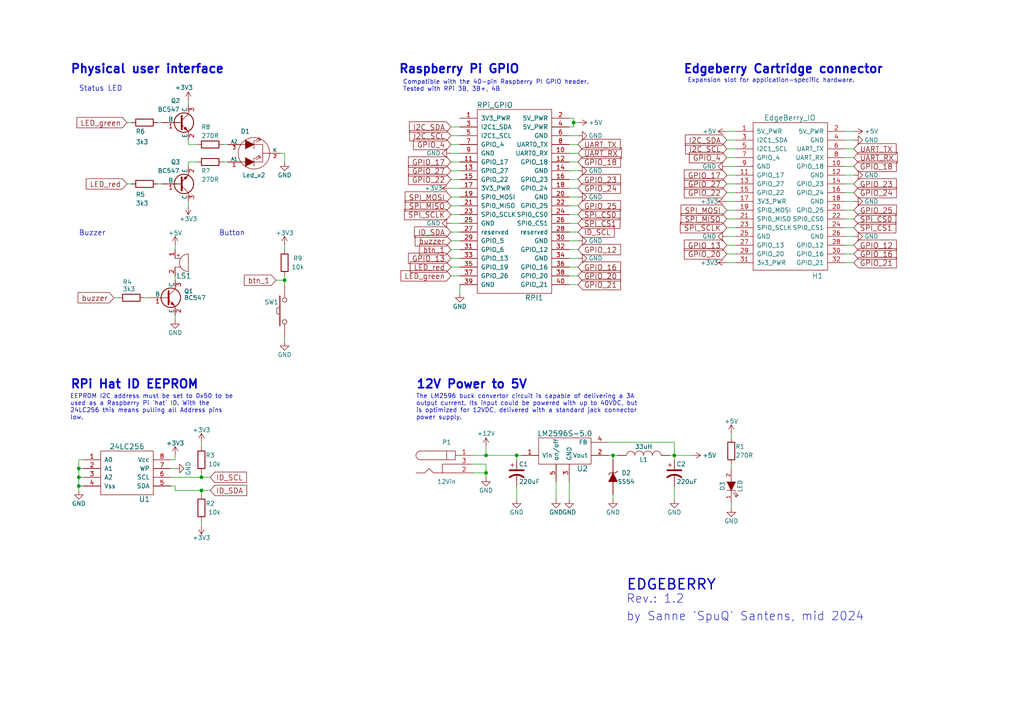
<source format=kicad_sch>
(kicad_sch (version 20211123) (generator eeschema)
  (paper "A4")
  (title_block (title "Edgeberry Hardware") (date "2024-05-15") (rev "1.2"))
  (lib_symbols
    (symbol "EdgeBerry-rescue:+12V" (power) (pin_names (offset 0))
      (property "Value" "+12V" (at 0 3.556 0))
      (symbol "+12V_0_1"
        (polyline (pts (xy -0.762 1.27) (xy 0 2.54)))
        (polyline (pts (xy 0 0) (xy 0 2.54)))
        (polyline (pts (xy 0 2.54) (xy 0.762 1.27)))
      )
      (symbol "+12V_1_1"
        (pin power_in line (at 0 0 90) (length 0) hide (name "+12V") (number "1"))
      )
    )
    (symbol "EdgeBerry-rescue:+3V3" (power) (pin_names (offset 0))
      (property "Value" "+3V3" (at 0 3.556 0))
      (symbol "+3V3_0_1"
        (polyline (pts (xy -0.762 1.27) (xy 0 2.54)))
        (polyline (pts (xy 0 0) (xy 0 2.54)))
        (polyline (pts (xy 0 2.54) (xy 0.762 1.27)))
      )
      (symbol "+3V3_1_1"
        (pin power_in line (at 0 0 90) (length 0) hide (name "+3V3") (number "1"))
      )
    )
    (symbol "EdgeBerry-rescue:+5V" (power) (pin_names (offset 0))
      (property "Value" "+5V" (at 0 3.556 0))
      (symbol "+5V_0_1"
        (polyline (pts (xy -0.762 1.27) (xy 0 2.54)))
        (polyline (pts (xy 0 0) (xy 0 2.54)))
        (polyline (pts (xy 0 2.54) (xy 0.762 1.27)))
      )
      (symbol "+5V_1_1"
        (pin power_in line (at 0 0 90) (length 0) hide (name "+5V") (number "1"))
      )
    )
    (symbol "EdgeBerry-rescue:24LC256" (pin_names (offset 1.016))
      (property "Reference" "U" (at 5.08 -7.62 0))
      (property "Value" "24LC256" (at 0 7.62 0))
      (symbol "24LC256_0_1"
        (rectangle (start -7.62 6.35) (end 7.62 -6.35))
      )
      (symbol "24LC256_1_1"
        (pin input line (at -12.7 3.81 0) (length 5.08) (name "A0") (number "1"))
        (pin input line (at -12.7 1.27 0) (length 5.08) (name "A1") (number "2"))
        (pin input line (at -12.7 -1.27 0) (length 5.08) (name "A2") (number "3"))
        (pin input line (at -12.7 -3.81 0) (length 5.08) (name "Vss") (number "4"))
        (pin input line (at 12.7 -3.81 180) (length 5.08) (name "SDA") (number "5"))
        (pin input line (at 12.7 -1.27 180) (length 5.08) (name "SCL") (number "6"))
        (pin input line (at 12.7 1.27 180) (length 5.08) (name "WP") (number "7"))
        (pin input line (at 12.7 3.81 180) (length 5.08) (name "Vcc") (number "8"))
      )
    )
    (symbol "EdgeBerry-rescue:BARREL_JACK" (pin_names (offset 1.016))
      (property "Reference" "CON" (at 0 6.35 0))
      (property "Value" "BARREL_JACK" (at 0 -5.08 0))
      (symbol "BARREL_JACK_0_1"
        (arc (start -8.89 2.54) (mid -8.5309 1.6291) (end -7.62 1.27))
        (arc (start -7.62 3.81) (mid -8.5127 3.4327) (end -8.89 2.54))
        (polyline (pts (xy -7.62 1.27) (xy 0 1.27)))
        (polyline (pts (xy 0 3.81) (xy -7.62 3.81)))
        (polyline (pts (xy 2.54 0) (xy -1.27 0) (xy -1.27 -2.54)))
        (polyline (pts (xy 2.54 -2.54) (xy -3.81 -2.54) (xy -5.08 -1.27) (xy -6.35 -2.54) (xy -8.89 -2.54)))
        (rectangle (start 2.54 3.81) (end 0 1.27))
      )
      (symbol "BARREL_JACK_1_1"
        (pin passive line (at 7.62 2.54 180) (length 5.08) (name "~") (number "1"))
        (pin passive line (at 7.62 -2.54 180) (length 5.08) (name "~") (number "2"))
        (pin passive line (at 7.62 0 180) (length 5.08) (name "~") (number "3"))
      )
    )
    (symbol "EdgeBerry-rescue:BC547_SOT23" (pin_names (offset 0))
      (property "Reference" "Q" (at 5.08 1.905 0))
      (property "Value" "BC547_SOT23" (at 5.08 0 0))
      (property "Footprint" "TO_SOT_Packages_SMD:SOT-23_Handsoldering" (at 5.08 -1.905 0))
      (symbol "BC547_SOT23_0_1"
        (polyline (pts (xy 0 0) (xy 0.635 0)))
        (polyline (pts (xy 0.635 0.635) (xy 2.54 2.54)))
        (polyline (pts (xy 0.635 -0.635) (xy 2.54 -2.54) (xy 2.54 -2.54)))
        (polyline (pts (xy 0.635 1.905) (xy 0.635 -1.905) (xy 0.635 -1.905)) (stroke (width 0.508)))
        (polyline (pts (xy 1.27 -1.778) (xy 1.778 -1.27) (xy 2.286 -2.286) (xy 1.27 -1.778) (xy 1.27 -1.778)) (fill (type outline)))
        (circle (center 1.27 0) (radius 2.8194) (stroke (width 0.254)))
      )
      (symbol "BC547_SOT23_1_1"
        (pin input line (at -5.08 0 0) (length 5.08) (name "B") (number "1"))
        (pin passive line (at 2.54 -5.08 90) (length 2.54) (name "E") (number "2"))
        (pin passive line (at 2.54 5.08 270) (length 2.54) (name "C") (number "3"))
      )
    )
    (symbol "EdgeBerry-rescue:Buzzer" (pin_names (offset 1.016))
      (property "Reference" "LS" (at 2.54 -3.81 0))
      (symbol "Buzzer_0_1"
        (polyline (pts (xy 0 -1.27) (xy 1.27 -1.27)))
        (polyline (pts (xy 0 1.27) (xy 1.27 1.27)))
        (polyline (pts (xy 0.508 2.159) (xy 0.508 2.159)))
        (polyline (pts (xy 0.889 2.54) (xy 0.889 1.778)))
        (polyline (pts (xy 1.27 -1.27) (xy 1.524 -1.27)))
        (polyline (pts (xy 1.27 1.27) (xy 1.524 1.27)))
        (polyline (pts (xy 1.27 2.159) (xy 0.508 2.159)))
        (polyline (pts (xy 3.81 2.54) (xy 3.81 -2.54)))
        (arc (start 3.81 2.54) (mid 1.27 0) (end 3.81 -2.54))
      )
      (symbol "Buzzer_1_1"
        (pin input line (at 0 3.81 270) (length 2.54) (name "~") (number "1"))
        (pin input line (at 0 -3.81 90) (length 2.54) (name "~") (number "2"))
      )
    )
    (symbol "EdgeBerry-rescue:CP1" (pin_numbers hide) (pin_names (offset 0.254) hide)
      (property "Reference" "C" (at 0.635 2.54 0))
      (property "Value" "CP1" (at 0.635 -2.54 0))
      (symbol "CP1_0_1"
        (polyline (pts (xy -2.032 0.762) (xy 2.032 0.762)) (stroke (width 0.508)))
        (polyline (pts (xy -1.778 2.286) (xy -0.762 2.286)))
        (polyline (pts (xy -1.27 1.778) (xy -1.27 2.794)))
        (arc (start 2.032 -1.27) (mid 0 -0.5572) (end -2.032 -1.27) (stroke (width 0.508)))
      )
      (symbol "CP1_1_1"
        (pin passive line (at 0 3.81 270) (length 2.794) (name "~") (number "1"))
        (pin passive line (at 0 -3.81 90) (length 3.302) (name "~") (number "2"))
      )
    )
    (symbol "EdgeBerry-rescue:EdgeBerry_IO" (pin_names (offset 1.016))
      (property "Reference" "H" (at 9.779 -45.72 0))
      (property "Value" "EdgeBerry_IO" (at 1.778 0.127 0))
      (symbol "EdgeBerry_IO_0_1"
        (rectangle (start -8.89 -1.27) (end 12.7 -44.069))
      )
      (symbol "EdgeBerry_IO_1_1"
        (pin input line (at -13.97 -3.81 0) (length 5.08) (name "5V_PWR") (number "1"))
        (pin input line (at 17.78 -13.97 180) (length 5.08) (name "GPIO_18") (number "10"))
        (pin input line (at -13.97 -16.51 0) (length 5.08) (name "GPIO_17") (number "11"))
        (pin input line (at 17.78 -16.51 180) (length 5.08) (name "GND") (number "12"))
        (pin input line (at -13.97 -19.05 0) (length 5.08) (name "GPIO_27") (number "13"))
        (pin input line (at 17.78 -19.05 180) (length 5.08) (name "GPIO_23") (number "14"))
        (pin input line (at -13.97 -21.59 0) (length 5.08) (name "GPIO_22") (number "15"))
        (pin input line (at 17.78 -21.59 180) (length 5.08) (name "GPIO_24") (number "16"))
        (pin input line (at -13.97 -24.13 0) (length 5.08) (name "3V3_PWR") (number "17"))
        (pin input line (at 17.78 -24.13 180) (length 5.08) (name "GND") (number "18"))
        (pin input line (at -13.97 -26.67 0) (length 5.08) (name "SPI0_MOSI") (number "19"))
        (pin input line (at 17.78 -3.81 180) (length 5.08) (name "5V_PWR") (number "2"))
        (pin input line (at 17.78 -26.67 180) (length 5.08) (name "GPIO_25") (number "20"))
        (pin input line (at -13.97 -29.21 0) (length 5.08) (name "SPI0_MISO") (number "21"))
        (pin input line (at 17.78 -29.21 180) (length 5.08) (name "SPI0_CS0") (number "22"))
        (pin input line (at -13.97 -31.75 0) (length 5.08) (name "SPI0_SCLK") (number "23"))
        (pin input line (at 17.78 -31.75 180) (length 5.08) (name "SPI0_CS1") (number "24"))
        (pin input line (at -13.97 -34.29 0) (length 5.08) (name "GND") (number "25"))
        (pin input line (at 17.78 -34.29 180) (length 5.08) (name "GND") (number "26"))
        (pin input line (at -13.97 -36.83 0) (length 5.08) (name "GPIO_13") (number "27"))
        (pin input line (at 17.78 -36.83 180) (length 5.08) (name "GPIO_12") (number "28"))
        (pin input line (at -13.97 -39.37 0) (length 5.08) (name "GPIO_20") (number "29"))
        (pin input line (at -13.97 -6.35 0) (length 5.08) (name "I2C1_SDA") (number "3"))
        (pin input line (at 17.78 -39.37 180) (length 5.08) (name "GPIO_16") (number "30"))
        (pin input line (at -13.97 -41.91 0) (length 5.08) (name "3v3_PWR") (number "31"))
        (pin input line (at 17.78 -41.91 180) (length 5.08) (name "GPIO_21") (number "32"))
        (pin input line (at 17.78 -6.35 180) (length 5.08) (name "GND") (number "4"))
        (pin input line (at -13.97 -8.89 0) (length 5.08) (name "I2C1_SCL") (number "5"))
        (pin input line (at 17.78 -8.89 180) (length 5.08) (name "UART_TX") (number "6"))
        (pin input line (at -13.97 -11.43 0) (length 5.08) (name "GPIO_4") (number "7"))
        (pin input line (at 17.78 -11.43 180) (length 5.08) (name "UART_RX") (number "8"))
        (pin input line (at -13.97 -13.97 0) (length 5.08) (name "GND") (number "9"))
      )
    )
    (symbol "EdgeBerry-rescue:GND" (power) (pin_names (offset 0))
      (property "Value" "GND" (at 0 -3.81 0))
      (symbol "GND_0_1"
        (polyline (pts (xy 0 0) (xy 0 -1.27) (xy 1.27 -1.27) (xy 0 -2.54) (xy -1.27 -1.27) (xy 0 -1.27)))
      )
      (symbol "GND_1_1"
        (pin power_in line (at 0 0 270) (length 0) hide (name "GND") (number "1"))
      )
    )
    (symbol "EdgeBerry-rescue:INDUCTOR" (pin_numbers hide) (pin_names (offset 1.016) hide)
      (property "Reference" "L" (at -1.27 0 90))
      (property "Value" "INDUCTOR" (at 2.54 0 90))
      (symbol "INDUCTOR_0_1"
        (arc (start 0.0254 -5.0546) (mid 1.245 -3.7973) (end 0.0254 -2.54))
        (arc (start 0.0254 -2.5146) (mid 1.2704 -1.2319) (end 0.0254 0.0508))
        (arc (start 0.0254 0.0254) (mid 1.2704 1.3081) (end 0.0254 2.5908))
        (arc (start 0.0254 2.5654) (mid 1.1942 3.7719) (end 0.0254 4.9784))
      )
      (symbol "INDUCTOR_1_1"
        (pin passive line (at 0 7.62 270) (length 2.54) (name "1") (number "1"))
        (pin passive line (at 0 -7.62 90) (length 2.54) (name "2") (number "2"))
      )
    )
    (symbol "EdgeBerry-rescue:LED" (pin_names (offset 1.016) hide)
      (property "Reference" "D" (at 0 2.54 0))
      (property "Value" "LED" (at 0 -2.54 0))
      (symbol "LED_0_1"
        (polyline (pts (xy -1.27 1.27) (xy -1.27 -1.27)))
        (polyline (pts (xy -2.032 -0.635) (xy -3.175 -1.651) (xy -3.048 -1.016)))
        (polyline (pts (xy -1.651 -1.016) (xy -2.794 -2.032) (xy -2.667 -1.397)))
        (polyline (pts (xy 1.27 1.27) (xy -1.27 0) (xy 1.27 -1.27)) (fill (type outline)))
      )
      (symbol "LED_1_1"
        (pin passive line (at -5.08 0 0) (length 3.81) (name "K") (number "1"))
        (pin passive line (at 5.08 0 180) (length 3.81) (name "A") (number "2"))
      )
    )
    (symbol "EdgeBerry-rescue:LM2596" (pin_names (offset 1.016))
      (property "Reference" "U" (at 5.08 -11.43 0))
      (property "Value" "LM2596" (at -3.81 -1.27 0))
      (symbol "LM2596_0_1"
        (rectangle (start -7.62 -10.16) (end 7.62 -2.54))
      )
      (symbol "LM2596_1_1"
        (pin input line (at -12.7 -7.62 0) (length 5.08) (name "Vin") (number "1"))
        (pin input line (at 12.7 -7.62 180) (length 5.08) (name "Vout") (number "2"))
        (pin input line (at 1.27 -15.24 90) (length 5.08) (name "GND") (number "3"))
        (pin input line (at 12.7 -3.81 180) (length 5.08) (name "FB") (number "4"))
        (pin input line (at -2.54 -15.24 90) (length 5.08) (name "on/off") (number "5"))
      )
    )
    (symbol "EdgeBerry-rescue:Led_x2" (pin_names (offset 0))
      (property "Reference" "D" (at 0 5.715 0))
      (property "Value" "Led_x2" (at 0 -6.35 0))
      (symbol "Led_x2_0_1"
        (polyline (pts (xy -4.572 0) (xy -2.54 0)))
        (polyline (pts (xy 0 -1.27) (xy 0 -3.81)))
        (polyline (pts (xy 0 3.81) (xy 0 1.27)))
        (polyline (pts (xy 3.81 -2.54) (xy 2.54 -2.54)))
        (polyline (pts (xy 3.81 2.54) (xy 2.54 2.54)))
        (polyline (pts (xy -0.762 -3.175) (xy -1.905 -4.191) (xy -1.778 -3.556)))
        (polyline (pts (xy -0.762 1.905) (xy -1.905 0.889) (xy -1.778 1.524)))
        (polyline (pts (xy -0.381 -3.556) (xy -1.524 -4.572) (xy -1.397 -3.937)))
        (polyline (pts (xy -0.381 1.524) (xy -1.524 0.508) (xy -1.397 1.143)))
        (polyline (pts (xy 2.54 -1.27) (xy 0 -2.54) (xy 2.54 -3.81)) (fill (type outline)))
        (polyline (pts (xy 2.54 3.81) (xy 0 2.54) (xy 2.54 1.27)) (fill (type outline)))
        (polyline (pts (xy 0 2.54) (xy -2.54 2.54) (xy -2.54 -2.54) (xy 0 -2.54)))
        (circle (center 0 0) (radius 4.572))
      )
      (symbol "Led_x2_1_1"
        (pin input line (at 7.62 2.54 180) (length 3.81) (name "A1") (number "1"))
        (pin input line (at -7.62 0 0) (length 3.048) (name "K") (number "2"))
        (pin input line (at 7.62 -2.54 180) (length 3.81) (name "A2") (number "3"))
      )
    )
    (symbol "EdgeBerry-rescue:R" (pin_numbers hide) (pin_names (offset 0))
      (property "Reference" "R" (at 2.032 0 90))
      (property "Value" "R" (at 0 0 90))
      (symbol "R_0_1"
        (rectangle (start -1.016 -2.54) (end 1.016 2.54) (stroke (width 0.254)))
      )
      (symbol "R_1_1"
        (pin passive line (at 0 3.81 270) (length 1.27) (name "~") (number "1"))
        (pin passive line (at 0 -3.81 90) (length 1.27) (name "~") (number "2"))
      )
    )
    (symbol "EdgeBerry-rescue:RPi_GPIO" (pin_names (offset 1.016))
      (property "Reference" "RPI" (at 7.62 -55.88 0))
      (property "Value" "RPi_GPIO" (at -3.81 0 0))
      (symbol "RPi_GPIO_0_1"
        (rectangle (start -8.89 -1.27) (end 12.7 -54.61))
      )
      (symbol "RPi_GPIO_1_1"
        (pin input line (at -13.97 -3.81 0) (length 5.08) (name "3V3_PWR") (number "1"))
        (pin input line (at 17.78 -13.97 180) (length 5.08) (name "UART0_RX") (number "10"))
        (pin input line (at -13.97 -16.51 0) (length 5.08) (name "GPIO_17") (number "11"))
        (pin input line (at 17.78 -16.51 180) (length 5.08) (name "GPIO_18") (number "12"))
        (pin input line (at -13.97 -19.05 0) (length 5.08) (name "GPIO_27") (number "13"))
        (pin input line (at 17.78 -19.05 180) (length 5.08) (name "GND") (number "14"))
        (pin input line (at -13.97 -21.59 0) (length 5.08) (name "GPIO_22") (number "15"))
        (pin input line (at 17.78 -21.59 180) (length 5.08) (name "GPIO_23") (number "16"))
        (pin input line (at -13.97 -24.13 0) (length 5.08) (name "3V3_PWR") (number "17"))
        (pin input line (at 17.78 -24.13 180) (length 5.08) (name "GPIO_24") (number "18"))
        (pin input line (at -13.97 -26.67 0) (length 5.08) (name "SPI0_MOSI") (number "19"))
        (pin input line (at 17.78 -3.81 180) (length 5.08) (name "5V_PWR") (number "2"))
        (pin input line (at 17.78 -26.67 180) (length 5.08) (name "GND") (number "20"))
        (pin input line (at -13.97 -29.21 0) (length 5.08) (name "SPI0_MISO") (number "21"))
        (pin input line (at 17.78 -29.21 180) (length 5.08) (name "GPIO_25") (number "22"))
        (pin input line (at -13.97 -31.75 0) (length 5.08) (name "SPI0_SCLK") (number "23"))
        (pin input line (at 17.78 -31.75 180) (length 5.08) (name "SPI0_CS0") (number "24"))
        (pin input line (at -13.97 -34.29 0) (length 5.08) (name "GND") (number "25"))
        (pin input line (at 17.78 -34.29 180) (length 5.08) (name "SPI0_CS1") (number "26"))
        (pin input line (at -13.97 -36.83 0) (length 5.08) (name "reserved") (number "27"))
        (pin input line (at 17.78 -36.83 180) (length 5.08) (name "reserved") (number "28"))
        (pin input line (at -13.97 -39.37 0) (length 5.08) (name "GPIO_5") (number "29"))
        (pin input line (at -13.97 -6.35 0) (length 5.08) (name "I2C1_SDA") (number "3"))
        (pin input line (at 17.78 -39.37 180) (length 5.08) (name "GND") (number "30"))
        (pin input line (at -13.97 -41.91 0) (length 5.08) (name "GPIO_6") (number "31"))
        (pin input line (at 17.78 -41.91 180) (length 5.08) (name "GPIO_12") (number "32"))
        (pin input line (at -13.97 -44.45 0) (length 5.08) (name "GPIO_13") (number "33"))
        (pin input line (at 17.78 -44.45 180) (length 5.08) (name "GND") (number "34"))
        (pin input line (at -13.97 -46.99 0) (length 5.08) (name "GPIO_19") (number "35"))
        (pin input line (at 17.78 -46.99 180) (length 5.08) (name "GPIO_16") (number "36"))
        (pin input line (at -13.97 -49.53 0) (length 5.08) (name "GPIO_26") (number "37"))
        (pin input line (at 17.78 -49.53 180) (length 5.08) (name "GPIO_20") (number "38"))
        (pin input line (at -13.97 -52.07 0) (length 5.08) (name "GND") (number "39"))
        (pin input line (at 17.78 -6.35 180) (length 5.08) (name "5V_PWR") (number "4"))
        (pin input line (at 17.78 -52.07 180) (length 5.08) (name "GPIO_21") (number "40"))
        (pin input line (at -13.97 -8.89 0) (length 5.08) (name "I2C1_SCL") (number "5"))
        (pin input line (at 17.78 -8.89 180) (length 5.08) (name "GND") (number "6"))
        (pin input line (at -13.97 -11.43 0) (length 5.08) (name "GPIO_4") (number "7"))
        (pin input line (at 17.78 -11.43 180) (length 5.08) (name "UART0_TX") (number "8"))
        (pin input line (at -13.97 -13.97 0) (length 5.08) (name "GND") (number "9"))
      )
    )
    (symbol "EdgeBerry-rescue:SW_PUSH" (pin_numbers hide) (pin_names (offset 1.016) hide)
      (property "Reference" "SW" (at 3.81 2.794 0))
      (property "Value" "SW_PUSH" (at 0 -2.032 0))
      (symbol "SW_PUSH_0_1"
        (rectangle (start -4.318 1.27) (end 4.318 1.524))
        (polyline (pts (xy -1.016 1.524) (xy -0.762 2.286) (xy 0.762 2.286) (xy 1.016 1.524)))
        (pin passive inverted (at -7.62 0 0) (length 5.08) (name "1") (number "1"))
        (pin passive inverted (at 7.62 0 180) (length 5.08) (name "2") (number "2"))
      )
    )
    (symbol "EdgeBerry-rescue:ZENER" (pin_numbers hide) (pin_names (offset 1.016) hide)
      (property "Reference" "D" (at 0 2.54 0))
      (property "Value" "ZENER" (at 0 -2.54 0))
      (symbol "ZENER_0_1"
        (polyline (pts (xy -1.778 1.27) (xy -1.27 0.762) (xy -1.27 -0.762) (xy -0.762 -1.27) (xy -0.762 -1.27)) (stroke (width 0.2032)))
        (polyline (pts (xy -1.27 0) (xy 1.27 1.27) (xy 1.27 -1.27) (xy -1.27 0) (xy -1.27 0)) (fill (type outline)))
      )
      (symbol "ZENER_1_1"
        (pin passive line (at -5.08 0 0) (length 3.81) (name "K") (number "1"))
        (pin passive line (at 5.08 0 180) (length 3.81) (name "A") (number "2"))
      )
    )
  )
  (junction (at 22.86 140.97))
  (junction (at 166.37 35.56))
  (junction (at 195.58 132.08))
  (junction (at 149.86 132.08))
  (junction (at 140.97 132.08))
  (junction (at 22.86 138.43))
  (junction (at 22.86 135.89))
  (junction (at 177.8 132.08))
  (junction (at 140.97 137.16))
  (junction (at 58.42 138.43))
  (junction (at 58.42 142.24))
  (junction (at 82.55 81.28))
  (wire (pts (xy 165.1 64.77) (xy 167.64 64.77)))
  (wire (pts (xy 210.82 43.18) (xy 213.36 43.18)))
  (wire (pts (xy 58.42 137.16) (xy 58.42 138.43)))
  (wire (pts (xy 130.81 52.07) (xy 133.35 52.07)))
  (wire (pts (xy 247.65 55.88) (xy 245.11 55.88)))
  (wire (pts (xy 82.55 81.28) (xy 82.55 80.01)))
  (wire (pts (xy 247.65 48.26) (xy 245.11 48.26)))
  (wire (pts (xy 210.82 58.42) (xy 213.36 58.42)))
  (wire (pts (xy 33.02 86.36) (xy 34.29 86.36)))
  (wire (pts (xy 64.77 46.99) (xy 66.04 46.99)))
  (wire (pts (xy 54.61 48.26) (xy 54.61 46.99)))
  (wire (pts (xy 165.1 82.55) (xy 167.64 82.55)))
  (wire (pts (xy 166.37 34.29) (xy 166.37 35.56)))
  (wire (pts (xy 210.82 55.88) (xy 213.36 55.88)))
  (wire (pts (xy 177.8 133.35) (xy 177.8 132.08)))
  (wire (pts (xy 210.82 71.12) (xy 213.36 71.12)))
  (wire (pts (xy 49.53 140.97) (xy 50.8 140.97)))
  (wire (pts (xy 54.61 46.99) (xy 57.15 46.99)))
  (wire (pts (xy 22.86 133.35) (xy 22.86 135.89)))
  (wire (pts (xy 210.82 68.58) (xy 213.36 68.58)))
  (wire (pts (xy 167.64 35.56) (xy 166.37 35.56)))
  (wire (pts (xy 247.65 63.5) (xy 245.11 63.5)))
  (wire (pts (xy 165.1 34.29) (xy 166.37 34.29)))
  (wire (pts (xy 82.55 97.79) (xy 82.55 99.06)))
  (wire (pts (xy 176.53 132.08) (xy 177.8 132.08)))
  (wire (pts (xy 210.82 66.04) (xy 213.36 66.04)))
  (wire (pts (xy 149.86 144.78) (xy 149.86 140.97)))
  (wire (pts (xy 130.81 39.37) (xy 133.35 39.37)))
  (wire (pts (xy 210.82 76.2) (xy 213.36 76.2)))
  (wire (pts (xy 130.81 62.23) (xy 133.35 62.23)))
  (wire (pts (xy 247.65 45.72) (xy 245.11 45.72)))
  (wire (pts (xy 58.42 142.24) (xy 60.96 142.24)))
  (wire (pts (xy 247.65 71.12) (xy 245.11 71.12)))
  (wire (pts (xy 54.61 29.21) (xy 54.61 30.48)))
  (wire (pts (xy 212.09 125.73) (xy 212.09 127)))
  (wire (pts (xy 54.61 41.91) (xy 57.15 41.91)))
  (wire (pts (xy 165.1 39.37) (xy 167.64 39.37)))
  (wire (pts (xy 137.16 134.62) (xy 140.97 134.62)))
  (wire (pts (xy 210.82 73.66) (xy 213.36 73.66)))
  (wire (pts (xy 177.8 143.51) (xy 177.8 144.78)))
  (wire (pts (xy 50.8 71.12) (xy 50.8 72.39)))
  (wire (pts (xy 165.1 52.07) (xy 167.64 52.07)))
  (wire (pts (xy 165.1 49.53) (xy 167.64 49.53)))
  (wire (pts (xy 247.65 40.64) (xy 245.11 40.64)))
  (wire (pts (xy 24.13 140.97) (xy 22.86 140.97)))
  (wire (pts (xy 210.82 53.34) (xy 213.36 53.34)))
  (wire (pts (xy 58.42 138.43) (xy 60.96 138.43)))
  (wire (pts (xy 247.65 43.18) (xy 245.11 43.18)))
  (wire (pts (xy 195.58 144.78) (xy 195.58 140.97)))
  (wire (pts (xy 149.86 132.08) (xy 151.13 132.08)))
  (wire (pts (xy 130.81 49.53) (xy 133.35 49.53)))
  (wire (pts (xy 41.91 86.36) (xy 43.18 86.36)))
  (wire (pts (xy 24.13 135.89) (xy 22.86 135.89)))
  (wire (pts (xy 247.65 68.58) (xy 245.11 68.58)))
  (wire (pts (xy 50.8 91.44) (xy 50.8 92.71)))
  (wire (pts (xy 165.1 57.15) (xy 167.64 57.15)))
  (wire (pts (xy 210.82 48.26) (xy 213.36 48.26)))
  (wire (pts (xy 212.09 134.62) (xy 212.09 135.89)))
  (wire (pts (xy 247.65 76.2) (xy 245.11 76.2)))
  (wire (pts (xy 24.13 133.35) (xy 22.86 133.35)))
  (wire (pts (xy 130.81 67.31) (xy 133.35 67.31)))
  (wire (pts (xy 50.8 142.24) (xy 58.42 142.24)))
  (wire (pts (xy 45.72 35.56) (xy 46.99 35.56)))
  (wire (pts (xy 49.53 133.35) (xy 50.8 133.35)))
  (wire (pts (xy 140.97 137.16) (xy 140.97 138.43)))
  (wire (pts (xy 22.86 140.97) (xy 22.86 142.24)))
  (wire (pts (xy 210.82 40.64) (xy 213.36 40.64)))
  (wire (pts (xy 247.65 53.34) (xy 245.11 53.34)))
  (wire (pts (xy 130.81 74.93) (xy 133.35 74.93)))
  (wire (pts (xy 22.86 135.89) (xy 22.86 138.43)))
  (wire (pts (xy 165.1 46.99) (xy 167.64 46.99)))
  (wire (pts (xy 36.83 35.56) (xy 38.1 35.56)))
  (wire (pts (xy 140.97 134.62) (xy 140.97 137.16)))
  (wire (pts (xy 130.81 44.45) (xy 133.35 44.45)))
  (wire (pts (xy 195.58 128.27) (xy 195.58 132.08)))
  (wire (pts (xy 82.55 82.55) (xy 82.55 81.28)))
  (wire (pts (xy 137.16 137.16) (xy 140.97 137.16)))
  (wire (pts (xy 247.65 66.04) (xy 245.11 66.04)))
  (wire (pts (xy 149.86 133.35) (xy 149.86 132.08)))
  (wire (pts (xy 50.8 81.28) (xy 50.8 80.01)))
  (wire (pts (xy 24.13 138.43) (xy 22.86 138.43)))
  (wire (pts (xy 210.82 50.8) (xy 213.36 50.8)))
  (wire (pts (xy 195.58 132.08) (xy 195.58 133.35)))
  (wire (pts (xy 133.35 82.55) (xy 133.35 85.09)))
  (wire (pts (xy 82.55 71.12) (xy 82.55 72.39)))
  (wire (pts (xy 130.81 46.99) (xy 133.35 46.99)))
  (wire (pts (xy 247.65 58.42) (xy 245.11 58.42)))
  (wire (pts (xy 58.42 151.13) (xy 58.42 152.4)))
  (wire (pts (xy 49.53 138.43) (xy 58.42 138.43)))
  (wire (pts (xy 22.86 138.43) (xy 22.86 140.97)))
  (wire (pts (xy 247.65 50.8) (xy 245.11 50.8)))
  (wire (pts (xy 81.28 44.45) (xy 82.55 44.45)))
  (wire (pts (xy 140.97 132.08) (xy 149.86 132.08)))
  (wire (pts (xy 64.77 41.91) (xy 66.04 41.91)))
  (wire (pts (xy 210.82 38.1) (xy 213.36 38.1)))
  (wire (pts (xy 247.65 60.96) (xy 245.11 60.96)))
  (wire (pts (xy 50.8 133.35) (xy 50.8 132.08)))
  (wire (pts (xy 130.81 59.69) (xy 133.35 59.69)))
  (wire (pts (xy 130.81 36.83) (xy 133.35 36.83)))
  (wire (pts (xy 130.81 54.61) (xy 133.35 54.61)))
  (wire (pts (xy 177.8 132.08) (xy 179.07 132.08)))
  (wire (pts (xy 137.16 132.08) (xy 140.97 132.08)))
  (wire (pts (xy 165.1 62.23) (xy 167.64 62.23)))
  (wire (pts (xy 165.1 74.93) (xy 167.64 74.93)))
  (wire (pts (xy 130.81 77.47) (xy 133.35 77.47)))
  (wire (pts (xy 247.65 73.66) (xy 245.11 73.66)))
  (wire (pts (xy 54.61 40.64) (xy 54.61 41.91)))
  (wire (pts (xy 165.1 41.91) (xy 167.64 41.91)))
  (wire (pts (xy 247.65 38.1) (xy 245.11 38.1)))
  (wire (pts (xy 195.58 132.08) (xy 200.66 132.08)))
  (wire (pts (xy 82.55 44.45) (xy 82.55 46.99)))
  (wire (pts (xy 50.8 140.97) (xy 50.8 142.24)))
  (wire (pts (xy 140.97 132.08) (xy 140.97 129.54)))
  (wire (pts (xy 165.1 67.31) (xy 167.64 67.31)))
  (wire (pts (xy 165.1 44.45) (xy 167.64 44.45)))
  (wire (pts (xy 130.81 80.01) (xy 133.35 80.01)))
  (wire (pts (xy 166.37 35.56) (xy 166.37 36.83)))
  (wire (pts (xy 165.1 72.39) (xy 167.64 72.39)))
  (wire (pts (xy 165.1 59.69) (xy 167.64 59.69)))
  (wire (pts (xy 54.61 58.42) (xy 54.61 59.69)))
  (wire (pts (xy 36.83 53.34) (xy 38.1 53.34)))
  (wire (pts (xy 212.09 146.05) (xy 212.09 147.32)))
  (wire (pts (xy 130.81 57.15) (xy 133.35 57.15)))
  (wire (pts (xy 58.42 143.51) (xy 58.42 142.24)))
  (wire (pts (xy 165.1 139.7) (xy 165.1 144.78)))
  (wire (pts (xy 80.01 81.28) (xy 82.55 81.28)))
  (wire (pts (xy 45.72 53.34) (xy 46.99 53.34)))
  (wire (pts (xy 210.82 63.5) (xy 213.36 63.5)))
  (wire (pts (xy 176.53 128.27) (xy 195.58 128.27)))
  (wire (pts (xy 130.81 41.91) (xy 133.35 41.91)))
  (wire (pts (xy 194.31 132.08) (xy 195.58 132.08)))
  (wire (pts (xy 49.53 135.89) (xy 50.8 135.89)))
  (wire (pts (xy 130.81 72.39) (xy 133.35 72.39)))
  (wire (pts (xy 210.82 45.72) (xy 213.36 45.72)))
  (wire (pts (xy 58.42 128.27) (xy 58.42 129.54)))
  (wire (pts (xy 130.81 69.85) (xy 133.35 69.85)))
  (wire (pts (xy 166.37 36.83) (xy 165.1 36.83)))
  (wire (pts (xy 161.29 139.7) (xy 161.29 144.78)))
  (wire (pts (xy 167.64 80.01) (xy 165.1 80.01)))
  (wire (pts (xy 130.81 64.77) (xy 133.35 64.77)))
  (wire (pts (xy 165.1 54.61) (xy 167.64 54.61)))
  (wire (pts (xy 210.82 60.96) (xy 213.36 60.96)))
  (wire (pts (xy 165.1 69.85) (xy 167.64 69.85)))
  (wire (pts (xy 165.1 77.47) (xy 167.64 77.47)))
  (text "Button" (at 63.5 68.58 0) (effects (font (size 1.524 1.524)) (justify left bottom)))
  (text "by Sanne 'SpuQ' Santens, mid 2024" (at 181.61 180.34 0) (effects (font (size 2.4892 2.4892)) (justify left bottom)))
  (text "EEPROM I2C address must be set to 0x50 to be\nused as a Raspberry Pi 'hat' ID. With the\n24LC256 this means pulling all Address pins\nlow." (at 20.32 121.92 0) (effects (font (size 1.27 1.27)) (justify left bottom)))
  (text "Physical user interface" (at 20.32 21.59 0) (effects (font (size 2.5146 2.5146) (thickness 0.5029) bold) (justify left bottom)))
  (text "12V Power to 5V" (at 120.65 113.03 0) (effects (font (size 2.4892 2.4892) (thickness 0.4978) bold) (justify left bottom)))
  (text "Raspberry Pi GPIO" (at 115.57 21.59 0) (effects (font (size 2.4892 2.4892) (thickness 0.4978) bold) (justify left bottom)))
  (text "RPi Hat ID EEPROM" (at 20.32 113.03 0) (effects (font (size 2.4892 2.4892) (thickness 0.4978) bold) (justify left bottom)))
  (text "The LM2596 buck convertor circuit is capable of delivering a 3A\noutput current. Its input could be powered with up to 40VDC, but\nis optimized for 12VDC, delivered with a standard jack connector\npower supply." (at 120.65 121.92 0) (effects (font (size 1.27 1.27)) (justify left bottom)))
  (text "Rev.: 1.2" (at 181.61 175.26 0) (effects (font (size 2.4892 2.4892)) (justify left bottom)))
  (text "Buzzer" (at 22.86 68.58 0) (effects (font (size 1.524 1.524)) (justify left bottom)))
  (text "Status LED" (at 22.86 26.67 0) (effects (font (size 1.524 1.524)) (justify left bottom)))
  (text "EDGEBERRY" (at 181.61 171.45 0) (effects (font (size 3 3) (thickness 0.4) bold) (justify left bottom)))
  (text "Expansion slot for application-specific hardware." (at 199.39 24.13 0) (effects (font (size 1.27 1.27)) (justify left bottom)))
  (text "Edgeberry Cartridge connector" (at 198.12 21.59 0) (effects (font (size 2.4892 2.4892) (thickness 0.4978) bold) (justify left bottom)))
  (text "Compatible with the 40-pin Raspberry PI GPIO header.\nTested with RPi 3B, 3B+, 4B" (at 116.84 26.67 0) (effects (font (size 1.27 1.27)) (justify left bottom)))
  (global_label "GPIO_20" (shape input) (at 167.64 80.01 0) (effects (font (size 1.524 1.524))) (property "Intersheet References" "${INTERSHEET_REFS}" (effects hide)))
  (global_label "SPI_MISO" (shape input) (at 130.81 59.69 180) (effects (font (size 1.524 1.524))) (property "Intersheet References" "${INTERSHEET_REFS}" (effects hide)))
  (global_label "GPIO_24" (shape input) (at 247.65 55.88 0) (effects (font (size 1.524 1.524))) (property "Intersheet References" "${INTERSHEET_REFS}" (effects hide)))
  (global_label "SPI_SCLK" (shape input) (at 130.81 62.23 180) (effects (font (size 1.524 1.524))) (property "Intersheet References" "${INTERSHEET_REFS}" (effects hide)))
  (global_label "GPIO_27" (shape input) (at 130.81 49.53 180) (effects (font (size 1.524 1.524))) (property "Intersheet References" "${INTERSHEET_REFS}" (effects hide)))
  (global_label "SPI_CS0" (shape input) (at 247.65 63.5 0) (effects (font (size 1.524 1.524))) (property "Intersheet References" "${INTERSHEET_REFS}" (effects hide)))
  (global_label "GPIO_21" (shape input) (at 167.64 82.55 0) (effects (font (size 1.524 1.524))) (property "Intersheet References" "${INTERSHEET_REFS}" (effects hide)))
  (global_label "GPIO_4" (shape input) (at 130.81 41.91 180) (effects (font (size 1.524 1.524))) (property "Intersheet References" "${INTERSHEET_REFS}" (effects hide)))
  (global_label "LED_red" (shape input) (at 36.83 53.34 180) (effects (font (size 1.524 1.524))) (property "Intersheet References" "${INTERSHEET_REFS}" (effects hide)))
  (global_label "GPIO_23" (shape input) (at 167.64 52.07 0) (effects (font (size 1.524 1.524))) (property "Intersheet References" "${INTERSHEET_REFS}" (effects hide)))
  (global_label "I2C_SDA" (shape input) (at 130.81 36.83 180) (effects (font (size 1.524 1.524))) (property "Intersheet References" "${INTERSHEET_REFS}" (effects hide)))
  (global_label "SPI_SCLK" (shape input) (at 210.82 66.04 180) (effects (font (size 1.524 1.524))) (property "Intersheet References" "${INTERSHEET_REFS}" (effects hide)))
  (global_label "GPIO_20" (shape input) (at 210.82 73.66 180) (effects (font (size 1.524 1.524))) (property "Intersheet References" "${INTERSHEET_REFS}" (effects hide)))
  (global_label "buzzer" (shape input) (at 130.81 69.85 180) (effects (font (size 1.524 1.524))) (property "Intersheet References" "${INTERSHEET_REFS}" (effects hide)))
  (global_label "GPIO_25" (shape input) (at 167.64 59.69 0) (effects (font (size 1.524 1.524))) (property "Intersheet References" "${INTERSHEET_REFS}" (effects hide)))
  (global_label "GPIO_23" (shape input) (at 247.65 53.34 0) (effects (font (size 1.524 1.524))) (property "Intersheet References" "${INTERSHEET_REFS}" (effects hide)))
  (global_label "SPI_CS1" (shape input) (at 247.65 66.04 0) (effects (font (size 1.524 1.524))) (property "Intersheet References" "${INTERSHEET_REFS}" (effects hide)))
  (global_label "UART_TX" (shape input) (at 247.65 43.18 0) (effects (font (size 1.524 1.524))) (property "Intersheet References" "${INTERSHEET_REFS}" (effects hide)))
  (global_label "I2C_SCL" (shape input) (at 210.82 43.18 180) (effects (font (size 1.524 1.524))) (property "Intersheet References" "${INTERSHEET_REFS}" (effects hide)))
  (global_label "GPIO_12" (shape input) (at 167.64 72.39 0) (effects (font (size 1.524 1.524))) (property "Intersheet References" "${INTERSHEET_REFS}" (effects hide)))
  (global_label "buzzer" (shape input) (at 33.02 86.36 180) (effects (font (size 1.524 1.524))) (property "Intersheet References" "${INTERSHEET_REFS}" (effects hide)))
  (global_label "GPIO_4" (shape input) (at 210.82 45.72 180) (effects (font (size 1.524 1.524))) (property "Intersheet References" "${INTERSHEET_REFS}" (effects hide)))
  (global_label "SPI_MISO" (shape input) (at 210.82 63.5 180) (effects (font (size 1.524 1.524))) (property "Intersheet References" "${INTERSHEET_REFS}" (effects hide)))
  (global_label "ID_SCL" (shape input) (at 60.96 138.43 0) (effects (font (size 1.524 1.524))) (property "Intersheet References" "${INTERSHEET_REFS}" (effects hide)))
  (global_label "UART_RX" (shape input) (at 247.65 45.72 0) (effects (font (size 1.524 1.524))) (property "Intersheet References" "${INTERSHEET_REFS}" (effects hide)))
  (global_label "I2C_SDA" (shape input) (at 210.82 40.64 180) (effects (font (size 1.524 1.524))) (property "Intersheet References" "${INTERSHEET_REFS}" (effects hide)))
  (global_label "SPI_CS1" (shape input) (at 167.64 64.77 0) (effects (font (size 1.524 1.524))) (property "Intersheet References" "${INTERSHEET_REFS}" (effects hide)))
  (global_label "GPIO_16" (shape input) (at 167.64 77.47 0) (effects (font (size 1.524 1.524))) (property "Intersheet References" "${INTERSHEET_REFS}" (effects hide)))
  (global_label "GPIO_25" (shape input) (at 247.65 60.96 0) (effects (font (size 1.524 1.524))) (property "Intersheet References" "${INTERSHEET_REFS}" (effects hide)))
  (global_label "ID_SDA" (shape input) (at 60.96 142.24 0) (effects (font (size 1.524 1.524))) (property "Intersheet References" "${INTERSHEET_REFS}" (effects hide)))
  (global_label "btn_1" (shape input) (at 80.01 81.28 180) (effects (font (size 1.524 1.524))) (property "Intersheet References" "${INTERSHEET_REFS}" (effects hide)))
  (global_label "LED_green" (shape input) (at 36.83 35.56 180) (effects (font (size 1.524 1.524))) (property "Intersheet References" "${INTERSHEET_REFS}" (effects hide)))
  (global_label "SPI_CS0" (shape input) (at 167.64 62.23 0) (effects (font (size 1.524 1.524))) (property "Intersheet References" "${INTERSHEET_REFS}" (effects hide)))
  (global_label "GPIO_22" (shape input) (at 130.81 52.07 180) (effects (font (size 1.524 1.524))) (property "Intersheet References" "${INTERSHEET_REFS}" (effects hide)))
  (global_label "UART_TX" (shape input) (at 167.64 41.91 0) (effects (font (size 1.524 1.524))) (property "Intersheet References" "${INTERSHEET_REFS}" (effects hide)))
  (global_label "GPIO_24" (shape input) (at 167.64 54.61 0) (effects (font (size 1.524 1.524))) (property "Intersheet References" "${INTERSHEET_REFS}" (effects hide)))
  (global_label "GPIO_27" (shape input) (at 210.82 53.34 180) (effects (font (size 1.524 1.524))) (property "Intersheet References" "${INTERSHEET_REFS}" (effects hide)))
  (global_label "GPIO_17" (shape input) (at 130.81 46.99 180) (effects (font (size 1.524 1.524))) (property "Intersheet References" "${INTERSHEET_REFS}" (effects hide)))
  (global_label "SPI_MOSI" (shape input) (at 210.82 60.96 180) (effects (font (size 1.524 1.524))) (property "Intersheet References" "${INTERSHEET_REFS}" (effects hide)))
  (global_label "ID_SDA" (shape input) (at 130.81 67.31 180) (effects (font (size 1.524 1.524))) (property "Intersheet References" "${INTERSHEET_REFS}" (effects hide)))
  (global_label "LED_green" (shape input) (at 130.81 80.01 180) (effects (font (size 1.524 1.524))) (property "Intersheet References" "${INTERSHEET_REFS}" (effects hide)))
  (global_label "GPIO_13" (shape input) (at 130.81 74.93 180) (effects (font (size 1.524 1.524))) (property "Intersheet References" "${INTERSHEET_REFS}" (effects hide)))
  (global_label "btn_1" (shape input) (at 130.81 72.39 180) (effects (font (size 1.524 1.524))) (property "Intersheet References" "${INTERSHEET_REFS}" (effects hide)))
  (global_label "GPIO_16" (shape input) (at 247.65 73.66 0) (effects (font (size 1.524 1.524))) (property "Intersheet References" "${INTERSHEET_REFS}" (effects hide)))
  (global_label "SPI_MOSI" (shape input) (at 130.81 57.15 180) (effects (font (size 1.524 1.524))) (property "Intersheet References" "${INTERSHEET_REFS}" (effects hide)))
  (global_label "ID_SCL" (shape input) (at 167.64 67.31 0) (effects (font (size 1.524 1.524))) (property "Intersheet References" "${INTERSHEET_REFS}" (effects hide)))
  (global_label "GPIO_17" (shape input) (at 210.82 50.8 180) (effects (font (size 1.524 1.524))) (property "Intersheet References" "${INTERSHEET_REFS}" (effects hide)))
  (global_label "GPIO_18" (shape input) (at 247.65 48.26 0) (effects (font (size 1.524 1.524))) (property "Intersheet References" "${INTERSHEET_REFS}" (effects hide)))
  (global_label "I2C_SCL" (shape input) (at 130.81 39.37 180) (effects (font (size 1.524 1.524))) (property "Intersheet References" "${INTERSHEET_REFS}" (effects hide)))
  (global_label "GPIO_22" (shape input) (at 210.82 55.88 180) (effects (font (size 1.524 1.524))) (property "Intersheet References" "${INTERSHEET_REFS}" (effects hide)))
  (global_label "GPIO_13" (shape input) (at 210.82 71.12 180) (effects (font (size 1.524 1.524))) (property "Intersheet References" "${INTERSHEET_REFS}" (effects hide)))
  (global_label "GPIO_12" (shape input) (at 247.65 71.12 0) (effects (font (size 1.524 1.524))) (property "Intersheet References" "${INTERSHEET_REFS}" (effects hide)))
  (global_label "GPIO_21" (shape input) (at 247.65 76.2 0) (effects (font (size 1.524 1.524))) (property "Intersheet References" "${INTERSHEET_REFS}" (effects hide)))
  (global_label "LED_red" (shape input) (at 130.81 77.47 180) (effects (font (size 1.524 1.524))) (property "Intersheet References" "${INTERSHEET_REFS}" (effects hide)))
  (global_label "GPIO_18" (shape input) (at 167.64 46.99 0) (effects (font (size 1.524 1.524))) (property "Intersheet References" "${INTERSHEET_REFS}" (effects hide)))
  (global_label "UART_RX" (shape input) (at 167.64 44.45 0) (effects (font (size 1.524 1.524))) (property "Intersheet References" "${INTERSHEET_REFS}" (effects hide)))
  (symbol (lib_id "EdgeBerry-rescue:GND") (at 130.81 64.77 270) (unit 1)
    (property "Reference" "#PWR025" (effects hide))
    (property "Value" "GND" (at 125.73 64.77 90))
  )
  (symbol (lib_id "EdgeBerry-rescue:+3V3") (at 130.81 54.61 90) (unit 1)
    (property "Reference" "#PWR024" (effects hide))
    (property "Value" "+3V3" (at 125.73 54.61 90))
  )
  (symbol (lib_id "EdgeBerry-rescue:GND") (at 130.81 44.45 270) (unit 1)
    (property "Reference" "#PWR023" (effects hide))
    (property "Value" "GND" (at 125.73 44.45 90))
  )
  (symbol (lib_id "EdgeBerry-rescue:GND") (at 167.64 39.37 90) (unit 1)
    (property "Reference" "#PWR028" (effects hide))
    (property "Value" "GND" (at 172.72 39.37 90))
  )
  (symbol (lib_id "EdgeBerry-rescue:GND") (at 167.64 49.53 90) (unit 1)
    (property "Reference" "#PWR029" (effects hide))
    (property "Value" "GND" (at 172.72 49.53 90))
  )
  (symbol (lib_id "EdgeBerry-rescue:GND") (at 167.64 57.15 90) (unit 1)
    (property "Reference" "#PWR030" (effects hide))
    (property "Value" "GND" (at 172.72 57.15 90))
  )
  (symbol (lib_id "EdgeBerry-rescue:GND") (at 167.64 69.85 90) (unit 1)
    (property "Reference" "#PWR031" (effects hide))
    (property "Value" "GND" (at 172.72 69.85 90))
  )
  (symbol (lib_id "EdgeBerry-rescue:GND") (at 167.64 74.93 90) (unit 1)
    (property "Reference" "#PWR032" (effects hide))
    (property "Value" "GND" (at 172.72 74.93 90))
  )
  (symbol (lib_id "EdgeBerry-rescue:GND") (at 133.35 85.09 0) (unit 1)
    (property "Reference" "#PWR026" (effects hide))
    (property "Value" "GND" (at 133.35 88.9 0))
  )
  (symbol (lib_id "EdgeBerry-rescue:GND") (at 140.97 138.43 0) (unit 1)
    (property "Reference" "#PWR03" (effects hide))
    (property "Value" "GND" (at 140.97 142.24 0))
  )
  (symbol (lib_id "EdgeBerry-rescue:+12V") (at 140.97 129.54 0) (unit 1)
    (property "Reference" "#PWR02" (effects hide))
    (property "Value" "+12V" (at 140.97 125.73 0))
  )
  (symbol (lib_id "EdgeBerry-rescue:LM2596") (at 163.83 124.46 0) (unit 1)
    (property "Reference" "U2" (at 168.91 135.89 0) (effects (font (size 1.524 1.524))))
    (property "Value" "LM2596S-5.0" (at 163.83 125.73 0) (effects (font (size 1.524 1.524))))
    (property "Footprint" "Package_TO_SOT_SMD:TO-263-5_TabPin3" (effects hide))
  )
  (symbol (lib_id "EdgeBerry-rescue:INDUCTOR") (at 186.69 132.08 90) (unit 1)
    (property "Reference" "L1" (at 186.69 133.35 90))
    (property "Value" "33uH" (at 186.69 129.54 90))
    (property "Footprint" "Inductors:SELF-WE-PD-XXL" (effects hide))
  )
  (symbol (lib_id "EdgeBerry-rescue:ZENER") (at 177.8 138.43 270) (unit 1)
    (property "Reference" "D2" (at 181.61 137.16 90))
    (property "Value" "SS54" (at 181.61 139.7 90))
    (property "Footprint" "emcosys:SS54_Schottky_40V_5A" (effects hide))
  )
  (symbol (lib_id "EdgeBerry-rescue:GND") (at 177.8 144.78 0) (unit 1)
    (property "Reference" "#PWR016" (effects hide))
    (property "Value" "GND" (at 177.8 148.59 0))
  )
  (symbol (lib_id "EdgeBerry-rescue:GND") (at 165.1 144.78 0) (unit 1)
    (property "Reference" "#PWR014" (effects hide))
    (property "Value" "GND" (at 165.1 148.59 0))
  )
  (symbol (lib_id "EdgeBerry-rescue:GND") (at 161.29 144.78 0) (unit 1)
    (property "Reference" "#PWR012" (effects hide))
    (property "Value" "GND" (at 161.29 148.59 0))
  )
  (symbol (lib_id "EdgeBerry-rescue:CP1") (at 149.86 137.16 0) (unit 1)
    (property "Reference" "C1" (at 150.495 134.62 0) (effects (justify left)))
    (property "Value" "220uF" (at 150.495 139.7 0) (effects (justify left)))
    (property "Footprint" "Capacitors_SMD:c_elec_8x10" (effects hide))
  )
  (symbol (lib_id "EdgeBerry-rescue:CP1") (at 195.58 137.16 0) (unit 1)
    (property "Reference" "C2" (at 196.215 134.62 0) (effects (justify left)))
    (property "Value" "220uF" (at 196.215 139.7 0) (effects (justify left)))
    (property "Footprint" "Capacitors_SMD:c_elec_8x10" (effects hide))
  )
  (symbol (lib_id "EdgeBerry-rescue:GND") (at 149.86 144.78 0) (unit 1)
    (property "Reference" "#PWR08" (effects hide))
    (property "Value" "GND" (at 149.86 148.59 0))
  )
  (symbol (lib_id "EdgeBerry-rescue:GND") (at 195.58 144.78 0) (unit 1)
    (property "Reference" "#PWR019" (effects hide))
    (property "Value" "GND" (at 195.58 148.59 0))
  )
  (symbol (lib_id "EdgeBerry-rescue:+5V") (at 200.66 132.08 270) (unit 1)
    (property "Reference" "#PWR020" (effects hide))
    (property "Value" "+5V" (at 205.74 132.08 90))
  )
  (symbol (lib_id "EdgeBerry-rescue:+5V") (at 167.64 35.56 270) (unit 1)
    (property "Reference" "#PWR027" (effects hide))
    (property "Value" "+5V" (at 172.72 35.56 90))
  )
  (symbol (lib_id "EdgeBerry-rescue:BARREL_JACK") (at 129.54 134.62 0) (unit 1)
    (property "Reference" "P1" (at 129.54 128.27 0))
    (property "Value" "12Vin" (at 129.54 139.7 0))
    (property "Footprint" "Connector_BarrelJack:BarrelJack_Horizontal" (effects hide))
  )
  (symbol (lib_id "EdgeBerry-rescue:Led_x2") (at 73.66 44.45 180) (unit 1)
    (property "Reference" "D1" (at 71.12 38.1 0))
    (property "Value" "Led_x2" (at 73.66 50.8 0))
    (property "Footprint" "emcosys:bicolor_LED_right_angle" (effects hide))
  )
  (symbol (lib_id "EdgeBerry-rescue:R") (at 60.96 41.91 90) (unit 1)
    (property "Reference" "R8" (at 59.69 36.83 90))
    (property "Value" "270R" (at 60.96 39.37 90))
    (property "Footprint" "Resistor_SMD:R_0805_2012Metric" (effects hide))
  )
  (symbol (lib_id "EdgeBerry-rescue:R") (at 60.96 46.99 90) (unit 1)
    (property "Reference" "R7" (at 59.69 49.53 90))
    (property "Value" "270R" (at 60.96 52.07 90))
    (property "Footprint" "Resistor_SMD:R_0805_2012Metric" (effects hide))
  )
  (symbol (lib_id "EdgeBerry-rescue:R") (at 41.91 53.34 270) (unit 1)
    (property "Reference" "R5" (at 39.37 57.15 90) (effects (justify left bottom)))
    (property "Value" "3k3" (at 39.37 59.69 90) (effects (justify left bottom)))
    (property "Footprint" "Resistor_SMD:R_0805_2012Metric" (effects hide))
  )
  (symbol (lib_id "EdgeBerry-rescue:R") (at 41.91 35.56 270) (unit 1)
    (property "Reference" "R6" (at 39.37 38.1 90) (effects (justify left)))
    (property "Value" "3k3" (at 39.37 41.91 90) (effects (justify left bottom)))
    (property "Footprint" "Resistor_SMD:R_0805_2012Metric" (effects hide))
  )
  (symbol (lib_id "EdgeBerry-rescue:GND") (at 82.55 46.99 0) (unit 1)
    (property "Reference" "#PWR013" (effects hide))
    (property "Value" "GND" (at 82.55 50.8 0))
  )
  (symbol (lib_id "EdgeBerry-rescue:SW_PUSH") (at 82.55 90.17 90) (unit 1)
    (property "Reference" "SW1" (at 78.74 87.63 90))
    (property "Value" "SW_PUSH" (effects hide))
    (property "Footprint" "emcosys:tactile_switch_vertical" (effects hide))
  )
  (symbol (lib_id "EdgeBerry-rescue:R") (at 82.55 76.2 0) (unit 1)
    (property "Reference" "R9" (at 86.36 74.93 0))
    (property "Value" "10k" (at 86.36 77.47 0))
    (property "Footprint" "Resistor_SMD:R_0805_2012Metric" (effects hide))
  )
  (symbol (lib_id "EdgeBerry-rescue:+3V3") (at 82.55 71.12 0) (unit 1)
    (property "Reference" "#PWR017" (effects hide))
    (property "Value" "+3V3" (at 82.55 67.564 0))
  )
  (symbol (lib_id "EdgeBerry-rescue:GND") (at 82.55 99.06 0) (unit 1)
    (property "Reference" "#PWR018" (effects hide))
    (property "Value" "GND" (at 82.55 102.87 0))
  )
  (symbol (lib_id "EdgeBerry-rescue:LED") (at 212.09 140.97 90) (unit 1)
    (property "Reference" "D3" (at 209.55 140.97 0))
    (property "Value" "LED" (at 214.63 140.97 0))
    (property "Footprint" "LED_SMD:LED_0805_2012Metric" (effects hide))
  )
  (symbol (lib_id "EdgeBerry-rescue:R") (at 212.09 130.81 0) (unit 1)
    (property "Reference" "R1" (at 214.63 129.54 0))
    (property "Value" "270R" (at 215.9 132.08 0))
    (property "Footprint" "Resistor_SMD:R_0805_2012Metric" (effects hide))
  )
  (symbol (lib_id "EdgeBerry-rescue:GND") (at 212.09 147.32 0) (unit 1)
    (property "Reference" "#PWR022" (effects hide))
    (property "Value" "GND" (at 212.09 151.13 0))
  )
  (symbol (lib_id "EdgeBerry-rescue:+5V") (at 212.09 125.73 0) (unit 1)
    (property "Reference" "#PWR021" (effects hide))
    (property "Value" "+5V" (at 212.09 122.174 0))
  )
  (symbol (lib_id "EdgeBerry-rescue:R") (at 58.42 133.35 0) (unit 1)
    (property "Reference" "R3" (at 60.96 132.08 0))
    (property "Value" "10k" (at 62.23 134.62 0))
    (property "Footprint" "Resistor_SMD:R_0805_2012Metric" (effects hide))
  )
  (symbol (lib_id "EdgeBerry-rescue:R") (at 58.42 147.32 0) (unit 1)
    (property "Reference" "R2" (at 60.96 146.05 0))
    (property "Value" "10k" (at 62.23 148.59 0))
    (property "Footprint" "Resistor_SMD:R_0805_2012Metric" (effects hide))
  )
  (symbol (lib_id "EdgeBerry-rescue:BC547_SOT23") (at 52.07 53.34 0) (mirror x) (unit 1)
    (property "Reference" "Q3" (at 49.53 46.99 0) (effects (justify left)))
    (property "Value" "BC547" (at 45.72 49.53 0) (effects (justify left)))
    (property "Footprint" "TO_SOT_Packages_SMD:SOT-23" (effects hide))
  )
  (symbol (lib_id "EdgeBerry-rescue:BC547_SOT23") (at 52.07 35.56 0) (unit 1)
    (property "Reference" "Q2" (at 49.53 29.21 0) (effects (justify left)))
    (property "Value" "BC547" (at 45.72 31.75 0) (effects (justify left)))
    (property "Footprint" "TO_SOT_Packages_SMD:SOT-23" (effects hide))
  )
  (symbol (lib_id "EdgeBerry-rescue:24LC256") (at 36.83 137.16 0) (unit 1)
    (property "Reference" "U1" (at 41.91 144.78 0) (effects (font (size 1.524 1.524))))
    (property "Value" "24LC256" (at 36.83 129.54 0) (effects (font (size 1.524 1.524))))
    (property "Footprint" "emcosys:SOIC_8" (effects hide))
  )
  (symbol (lib_id "EdgeBerry-rescue:GND") (at 22.86 142.24 0) (unit 1)
    (property "Reference" "#PWR01" (effects hide))
    (property "Value" "GND" (at 22.86 146.05 0))
  )
  (symbol (lib_id "EdgeBerry-rescue:+3V3") (at 50.8 132.08 0) (unit 1)
    (property "Reference" "#PWR06" (effects hide))
    (property "Value" "+3V3" (at 50.8 128.524 0))
  )
  (symbol (lib_id "EdgeBerry-rescue:GND") (at 50.8 135.89 90) (unit 1)
    (property "Reference" "#PWR07" (effects hide))
    (property "Value" "GND" (at 54.61 135.89 0))
  )
  (symbol (lib_id "EdgeBerry-rescue:+3V3") (at 58.42 128.27 0) (unit 1)
    (property "Reference" "#PWR010" (effects hide))
    (property "Value" "+3V3" (at 58.42 124.714 0))
  )
  (symbol (lib_id "EdgeBerry-rescue:+3V3") (at 58.42 152.4 180) (unit 1)
    (property "Reference" "#PWR011" (effects hide))
    (property "Value" "+3V3" (at 58.42 155.956 0))
  )
  (symbol (lib_id "EdgeBerry-rescue:+3V3") (at 54.61 59.69 180) (unit 1)
    (property "Reference" "#PWR015" (effects hide))
    (property "Value" "+3V3" (at 54.61 63.5 0))
  )
  (symbol (lib_id "EdgeBerry-rescue:+3V3") (at 54.61 29.21 0) (unit 1)
    (property "Reference" "#PWR09" (effects hide))
    (property "Value" "+3V3" (at 53.34 25.4 0))
  )
  (symbol (lib_id "EdgeBerry-rescue:BC547_SOT23") (at 48.26 86.36 0) (unit 1)
    (property "Reference" "Q1" (at 53.34 84.455 0) (effects (justify left)))
    (property "Value" "BC547" (at 53.34 86.36 0) (effects (justify left)))
    (property "Footprint" "TO_SOT_Packages_SMD:SOT-23" (effects hide))
  )
  (symbol (lib_id "EdgeBerry-rescue:R") (at 38.1 86.36 270) (unit 1)
    (property "Reference" "R4" (at 35.56 82.55 90) (effects (justify left bottom)))
    (property "Value" "3k3" (at 35.56 83.82 90) (effects (justify left)))
    (property "Footprint" "Resistor_SMD:R_0805_2012Metric" (effects hide))
  )
  (symbol (lib_id "EdgeBerry-rescue:GND") (at 50.8 92.71 0) (unit 1)
    (property "Reference" "#PWR05" (effects hide))
    (property "Value" "GND" (at 50.8 96.52 0))
  )
  (symbol (lib_id "EdgeBerry-rescue:Buzzer") (at 50.8 76.2 0) (unit 1)
    (property "Reference" "LS1" (at 53.34 80.01 0) (effects (font (size 1.524 1.524))))
    (property "Value" "Buzzer" (effects hide))
    (property "Footprint" "Buzzers_Beepers:Buzzer_12x9.5RM7.6" (effects hide))
  )
  (symbol (lib_id "EdgeBerry-rescue:+5V") (at 50.8 71.12 0) (unit 1)
    (property "Reference" "#PWR04" (effects hide))
    (property "Value" "+5V" (at 50.8 67.564 0))
  )
  (symbol (lib_id "EdgeBerry-rescue:EdgeBerry_IO") (at 227.33 34.29 0) (unit 1)
    (property "Reference" "H1" (at 237.109 80.01 0) (effects (font (size 1.524 1.524))))
    (property "Value" "EdgeBerry_IO" (at 229.108 34.163 0) (effects (font (size 1.524 1.524))))
    (property "Footprint" "emcosys:EdgeBerry_IO" (effects hide))
  )
  (symbol (lib_id "EdgeBerry-rescue:+5V") (at 247.65 38.1 270) (unit 1)
    (property "Reference" "#PWR038" (effects hide))
    (property "Value" "+5V" (at 252.73 38.1 90))
  )
  (symbol (lib_id "EdgeBerry-rescue:+5V") (at 210.82 38.1 90) (unit 1)
    (property "Reference" "#PWR033" (effects hide))
    (property "Value" "+5V" (at 205.74 38.1 90))
  )
  (symbol (lib_id "EdgeBerry-rescue:GND") (at 247.65 40.64 90) (unit 1)
    (property "Reference" "#PWR039" (effects hide))
    (property "Value" "GND" (at 252.73 40.64 90))
  )
  (symbol (lib_id "EdgeBerry-rescue:GND") (at 247.65 50.8 90) (unit 1)
    (property "Reference" "#PWR040" (effects hide))
    (property "Value" "GND" (at 252.73 50.8 90))
  )
  (symbol (lib_id "EdgeBerry-rescue:GND") (at 247.65 58.42 90) (unit 1)
    (property "Reference" "#PWR041" (effects hide))
    (property "Value" "GND" (at 252.73 58.42 90))
  )
  (symbol (lib_id "EdgeBerry-rescue:GND") (at 247.65 68.58 90) (unit 1)
    (property "Reference" "#PWR042" (effects hide))
    (property "Value" "GND" (at 252.73 68.58 90))
  )
  (symbol (lib_id "EdgeBerry-rescue:GND") (at 210.82 68.58 270) (unit 1)
    (property "Reference" "#PWR036" (effects hide))
    (property "Value" "GND" (at 205.74 68.58 90))
  )
  (symbol (lib_id "EdgeBerry-rescue:GND") (at 210.82 48.26 270) (unit 1)
    (property "Reference" "#PWR034" (effects hide))
    (property "Value" "GND" (at 205.74 48.26 90))
  )
  (symbol (lib_id "EdgeBerry-rescue:+3V3") (at 210.82 58.42 90) (unit 1)
    (property "Reference" "#PWR035" (effects hide))
    (property "Value" "+3V3" (at 205.74 58.42 90))
  )
  (symbol (lib_id "EdgeBerry-rescue:+3V3") (at 210.82 76.2 90) (unit 1)
    (property "Reference" "#PWR037" (effects hide))
    (property "Value" "+3V3" (at 205.74 76.2 90))
  )
  (symbol (lib_id "EdgeBerry-rescue:RPi_GPIO") (at 147.32 30.48 0) (unit 1)
    (property "Reference" "RPI1" (at 154.94 86.36 0) (effects (font (size 1.524 1.524))))
    (property "Value" "RPi_GPIO" (at 143.51 30.48 0) (effects (font (size 1.524 1.524))))
    (property "Footprint" "emcosys:RPI_GPIO" (effects hide))
  )
)
</source>
